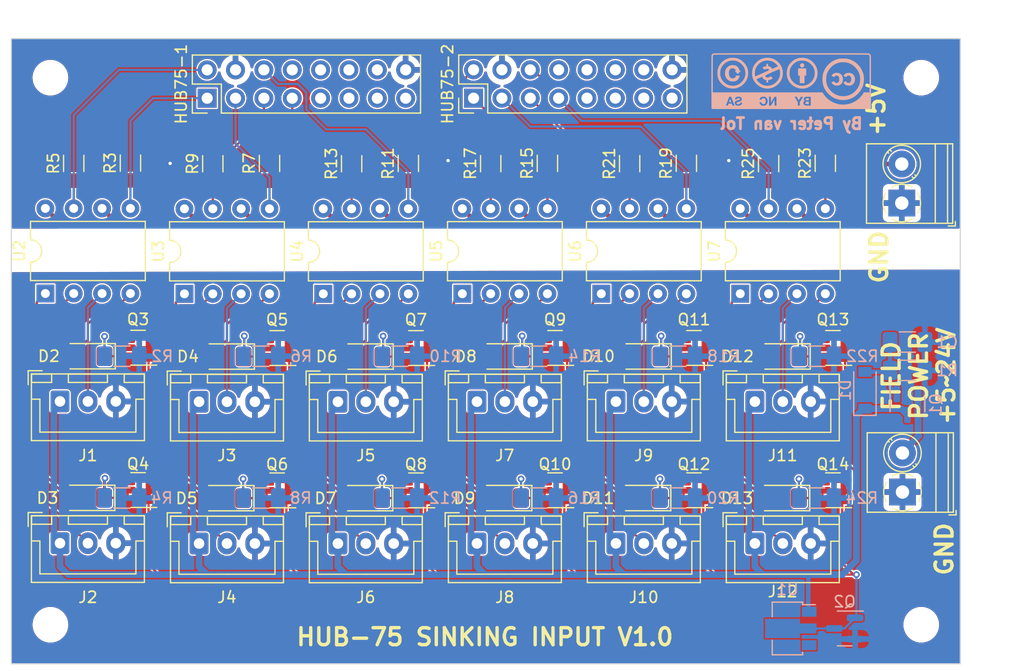
<source format=kicad_pcb>
(kicad_pcb (version 20211014) (generator pcbnew)
  (layers (0 "F.Cu" signal "Front") (31 "B.Cu" signal "Back") (34 "B.Paste" user) (35 "F.Paste" user) (36 "B.SilkS" user "B.Silkscreen") (37 "F.SilkS" user "F.Silkscreen") (38 "B.Mask" user) (39 "F.Mask" user) (44 "Edge.Cuts" user))
  (net 0 "")
  (net 1 "Net-(C1-Pad1)")
  (net 2 "GNDD")
  (net 3 "VDD")
  (net 4 "Net-(D2-Pad1)")
  (net 5 "Net-(D2-Pad2)")
  (net 6 "Net-(D3-Pad1)")
  (net 7 "Net-(D3-Pad2)")
  (net 8 "GND")
  (net 17 "GPIO1-6")
  (net 18 "GPIO1-5")
  (net 19 "GPIO1-4")
  (net 20 "GPIO1-3")
  (net 21 "GPIO1-2")
  (net 22 "GPIO1-1")
  (net 31 "GPIO2-6")
  (net 32 "GPIO2-5")
  (net 33 "GPIO2-4")
  (net 34 "GPIO2-3")
  (net 35 "GPIO2-2")
  (net 36 "GPIO2-1")
  (net 37 "Net-(J1-Pad2)")
  (net 38 "Net-(J2-Pad2)")
  (net 39 "Net-(J3-Pad2)")
  (net 40 "CUR_MIRROR")
  (net 41 "+5V")
  (net 42 "Net-(D4-Pad1)")
  (net 43 "Net-(D4-Pad2)")
  (net 44 "Net-(D5-Pad1)")
  (net 45 "Net-(D5-Pad2)")
  (net 46 "Net-(J4-Pad2)")
  (net 47 "Net-(J5-Pad2)")
  (net 48 "Net-(D6-Pad1)")
  (net 49 "Net-(D6-Pad2)")
  (net 50 "Net-(D7-Pad1)")
  (net 51 "Net-(D7-Pad2)")
  (net 52 "Net-(J6-Pad2)")
  (net 53 "Net-(D8-Pad1)")
  (net 54 "Net-(D8-Pad2)")
  (net 55 "Net-(D9-Pad1)")
  (net 56 "Net-(D9-Pad2)")
  (net 57 "Net-(D10-Pad1)")
  (net 58 "Net-(D10-Pad2)")
  (net 59 "Net-(D11-Pad1)")
  (net 60 "Net-(D11-Pad2)")
  (net 61 "Net-(D12-Pad1)")
  (net 62 "Net-(D12-Pad2)")
  (net 63 "Net-(D13-Pad1)")
  (net 64 "Net-(D13-Pad2)")
  (net 65 "Net-(J7-Pad2)")
  (net 66 "Net-(J8-Pad2)")
  (net 67 "Net-(J9-Pad2)")
  (net 68 "Net-(J10-Pad2)")
  (net 69 "Net-(J11-Pad2)")
  (net 70 "Net-(J12-Pad2)")
  (net 71 "Net-(PWR2-Pad2)")
  (footprint "Package_TO_SOT_SMD:SOT-23" (layer "F.Cu") (at 78.6715 55.392 180)
    (fp_text reference "Q9")
    (fp_text value "2N7002" hide)
  )
  (footprint "Package_TO_SOT_SMD:SOT-23" (layer "F.Cu") (at 103.5635 55.392 180)
    (fp_text reference "Q13")
    (fp_text value "2N7002" hide)
  )
  (footprint "Package_TO_SOT_SMD:SOT-23" (layer "F.Cu") (at 41.3235 55.372 180)
    (fp_text reference "Q3")
    (fp_text value "2N7002" hide)
  )
  (footprint "Connector_PinHeader_2.54mm:PinHeader_2x08_P2.54mm_Vertical" (layer "F.Cu") (at 71.374 33.02 90)
    (fp_text reference "HUB75-2")
    (fp_text value "Conn_02x08_Odd_Even" hide)
  )
  (footprint "Package_DIP:DIP-8_W7.62mm" (layer "F.Cu") (at 33.02 50.516 90)
    (fp_text reference "U2")
    (fp_text value "LTV-827" hide)
  )
  (footprint "LED_SMD:LED_1206_3216Metric_Pad1.42x1.75mm_HandSolder" (layer "F.Cu") (at 49.246 68.847 180)
    (fp_text reference "D5")
    (fp_text value "LED_Small" hide)
  )
  (footprint "Package_TO_SOT_SMD:SOT-23" (layer "F.Cu") (at 91.1175 55.392 180)
    (fp_text reference "Q11")
    (fp_text value "2N7002" hide)
  )
  (footprint "MountingHole:MountingHole_2.7mm_M2.5_DIN965" (layer "F.Cu") (at 111.472 31.186)
    (fp_text reference "HOLE2" hide)
    (fp_text value "MountingHole_2.7mm_M2.5_DIN965" hide)
  )
  (footprint "Connector_JST:JST_XH_B3B-XH-A_1x03_P2.50mm_Vertical" (layer "F.Cu") (at 59.222 72.911)
    (fp_text reference "J6")
    (fp_text value "Conn_01x03_Male" hide)
  )
  (footprint "LED_SMD:LED_1206_3216Metric_Pad1.42x1.75mm_HandSolder" (layer "F.Cu") (at 86.624 56.154 180)
    (fp_text reference "D10")
    (fp_text value "LED_Small" hide)
  )
  (footprint "Resistor_SMD:R_1206_3216Metric_Pad1.30x1.75mm_HandSolder" (layer "F.Cu") (at 40.64 38.836 90)
    (fp_text reference "R3")
    (fp_text value "4.7K")
  )
  (footprint "Package_TO_SOT_SMD:SOT-23" (layer "F.Cu") (at 78.6715 68.141 180)
    (fp_text reference "Q10")
    (fp_text value "2N7002" hide)
  )
  (footprint "MountingHole:MountingHole_2.7mm_M2.5_DIN965" (layer "F.Cu") (at 111.472 80.186)
    (fp_text reference "HOLE4" hide)
    (fp_text value "MountingHole_2.7mm_M2.5_DIN965" hide)
  )
  (footprint "Connector_JST:JST_XH_B3B-XH-A_1x03_P2.50mm_Vertical" (layer "F.Cu") (at 71.678 60.201)
    (fp_text reference "J7")
    (fp_text value "Conn_01x03_Male" hide)
  )
  (footprint "Resistor_SMD:R_1206_3216Metric_Pad1.30x1.75mm_HandSolder" (layer "F.Cu") (at 35.56 38.862 90)
    (fp_text reference "R5")
    (fp_text value "4.7K")
  )
  (footprint "Connector_JST:JST_XH_B3B-XH-A_1x03_P2.50mm_Vertical" (layer "F.Cu") (at 71.678 72.901)
    (fp_text reference "J8")
    (fp_text value "Conn_01x03_Male" hide)
  )
  (footprint "Resistor_SMD:R_1206_3216Metric_Pad1.30x1.75mm_HandSolder" (layer "F.Cu") (at 65.532 38.866 90)
    (fp_text reference "R11")
    (fp_text value "4.7K")
  )
  (footprint "Package_TO_SOT_SMD:SOT-23" (layer "F.Cu") (at 53.7795 55.402 180)
    (fp_text reference "Q5")
    (fp_text value "2N7002" hide)
  )
  (footprint "Package_TO_SOT_SMD:SOT-23" (layer "F.Cu") (at 103.5635 68.141 180)
    (fp_text reference "Q14")
    (fp_text value "2N7002" hide)
  )
  (footprint "TerminalBlock_Phoenix:TerminalBlock_Phoenix_PT-1,5-2-3.5-H_1x02_P3.50mm_Horizontal" (layer "F.Cu") (at 109.728 42.418 90)
    (fp_text reference "PWR1" hide)
    (fp_text value "Screw_Terminal_01x02" hide)
  )
  (footprint "Connector_JST:JST_XH_B3B-XH-A_1x03_P2.50mm_Vertical" (layer "F.Cu") (at 46.786 72.911)
    (fp_text reference "J4")
    (fp_text value "Conn_01x03_Male" hide)
  )
  (footprint "Package_TO_SOT_SMD:SOT-23" (layer "F.Cu") (at 53.7795 68.151 180)
    (fp_text reference "Q6")
    (fp_text value "2N7002" hide)
  )
  (footprint "Package_DIP:DIP-8_W7.62mm" (layer "F.Cu") (at 70.368 50.536 90)
    (fp_text reference "U5")
    (fp_text value "LTV-827" hide)
  )
  (footprint "Package_TO_SOT_SMD:SOT-23" (layer "F.Cu") (at 66.2155 55.402 180)
    (fp_text reference "Q7")
    (fp_text value "2N7002" hide)
  )
  (footprint "LED_SMD:LED_1206_3216Metric_Pad1.42x1.75mm_HandSolder" (layer "F.Cu") (at 36.79 68.817 180)
    (fp_text reference "D3")
    (fp_text value "LED_Small" hide)
  )
  (footprint "Connector_PinHeader_2.54mm:PinHeader_2x08_P2.54mm_Vertical" (layer "F.Cu") (at 47.513 33.025 90)
    (fp_text reference "HUB75-1")
    (fp_text value "Conn_02x08_Odd_Even" hide)
  )
  (footprint "LED_SMD:LED_1206_3216Metric_Pad1.42x1.75mm_HandSolder" (layer "F.Cu") (at 61.722 56.164 180)
    (fp_text reference "D6")
    (fp_text value "LED_Small" hide)
  )
  (footprint "Resistor_SMD:R_1206_3216Metric_Pad1.30x1.75mm_HandSolder" (layer "F.Cu") (at 48.016 38.892 90)
    (fp_text reference "R9")
    (fp_text value "4.7K")
  )
  (footprint "Resistor_SMD:R_1206_3216Metric_Pad1.30x1.75mm_HandSolder" (layer "F.Cu") (at 85.354 38.882 90)
    (fp_text reference "R21")
    (fp_text value "4.7K")
  )
  (footprint "Connector_JST:JST_XH_B3B-XH-A_1x03_P2.50mm_Vertical" (layer "F.Cu") (at 84.124 72.901)
    (fp_text reference "J10")
    (fp_text value "Conn_01x03_Male" hide)
  )
  (footprint "Package_DIP:DIP-8_W7.62mm" (layer "F.Cu") (at 57.912 50.546 90)
    (fp_text reference "U4")
    (fp_text value "LTV-827" hide)
  )
  (footprint "LED_SMD:LED_1206_3216Metric_Pad1.42x1.75mm_HandSolder" (layer "F.Cu") (at 36.83 56.134 180)
    (fp_text reference "D2")
    (fp_text value "LED_Small" hide)
  )
  (footprint "Package_TO_SOT_SMD:SOT-23" (layer "F.Cu") (at 91.1175 68.141 180)
    (fp_text reference "Q12")
    (fp_text value "2N7002" hide)
  )
  (footprint "MountingHole:MountingHole_2.7mm_M2.5_DIN965" (layer "F.Cu") (at 33.472 31.186)
    (fp_text reference "HOLE1" hide)
    (fp_text value "MountingHole_2.7mm_M2.5_DIN965" hide)
  )
  (footprint "Package_TO_SOT_SMD:SOT-23" (layer "F.Cu") (at 66.2155 68.151 180)
    (fp_text reference "Q8")
    (fp_text value "2N7002" hide)
  )
  (footprint "LED_SMD:LED_1206_3216Metric_Pad1.42x1.75mm_HandSolder" (layer "F.Cu") (at 86.584 68.837 180)
    (fp_text reference "D11")
    (fp_text value "LED_Small" hide)
  )
  (footprint "Connector_JST:JST_XH_B3B-XH-A_1x03_P2.50mm_Vertical" (layer "F.Cu") (at 34.33 60.181)
    (fp_text reference "J1")
    (fp_text value "Conn_01x03_Male" hide)
  )
  (footprint "TerminalBlock_Phoenix:TerminalBlock_Phoenix_PT-1,5-2-3.5-H_1x02_P3.50mm_Horizontal" (layer "F.Cu") (at 109.79 68.298 90)
    (fp_text reference "PWR2" hide)
    (fp_text value "Screw_Terminal_01x02" hide)
  )
  (footprint "MountingHole:MountingHole_2.7mm_M2.5_DIN965" (layer "F.Cu") (at 33.472 80.186)
    (fp_text reference "HOLE3" hide)
    (fp_text value "MountingHole_2.7mm_M2.5_DIN965" hide)
  )
  (footprint "Connector_JST:JST_XH_B3B-XH-A_1x03_P2.50mm_Vertical" (layer "F.Cu") (at 46.786 60.211)
    (fp_text reference "J3")
    (fp_text value "Conn_01x03_Male" hide)
  )
  (footprint "LED_SMD:LED_1206_3216Metric_Pad1.42x1.75mm_HandSolder" (layer "F.Cu") (at 74.138 68.837 180)
    (fp_text reference "D9")
    (fp_text value "LED_Small" hide)
  )
  (footprint "LED_SMD:LED_1206_3216Metric_Pad1.42x1.75mm_HandSolder" (layer "F.Cu") (at 74.178 56.154 180)
    (fp_text reference "D8")
    (fp_text value "LED_Small" hide)
  )
  (footprint "LED_SMD:LED_1206_3216Metric_Pad1.42x1.75mm_HandSolder" (layer "F.Cu") (at 49.286 56.164 180)
    (fp_text reference "D4")
    (fp_text value "LED_Small" hide)
  )
  (footprint "Resistor_SMD:R_1206_3216Metric_Pad1.30x1.75mm_HandSolder" (layer "F.Cu") (at 90.434 38.856 90)
    (fp_text reference "R19")
    (fp_text value "4.7K")
  )
  (footprint "LED_SMD:LED_1206_3216Metric_Pad1.42x1.75mm_HandSolder" (layer "F.Cu") (at 99.07 56.154 180)
    (fp_text reference "D12")
    (fp_text value "LED_Small" hide)
  )
  (footprint "Package_DIP:DIP-8_W7.62mm" (layer "F.Cu") (at 95.26 50.536 90)
    (fp_text reference "U7")
    (fp_text value "LTV-827" hide)
  )
  (footprint "Connector_JST:JST_XH_B3B-XH-A_1x03_P2.50mm_Vertical" (layer "F.Cu") (at 84.124 60.201)
    (fp_text reference "J9")
    (fp_text value "Conn_01x03_Male" hide)
  )
  (footprint "LED_SMD:LED_1206_3216Metric_Pad1.42x1.75mm_HandSolder" (layer "F.Cu") (at 61.682 68.847 180)
    (fp_text reference "D7")
    (fp_text value "LED_Small" hide)
  )
  (footprint "Connector_JST:JST_XH_B3B-XH-A_1x03_P2.50mm_Vertical" (layer "F.Cu") (at 59.222 60.211)
    (fp_text reference "J5")
    (fp_text value "Conn_01x03_Male" hide)
  )
  (footprint "Package_DIP:DIP-8_W7.62mm" (layer "F.Cu") (at 45.476 50.546 90)
    (fp_text reference "U3")
    (fp_text value "LTV-827" hide)
  )
  (footprint "Resistor_SMD:R_1206_3216Metric_Pad1.30x1.75mm_HandSolder" (layer "F.Cu") (at 102.88 38.856 90)
    (fp_text reference "R23")
    (fp_text value "4.7K")
  )
  (footprint "LED_SMD:LED_1206_3216Metric_Pad1.42x1.75mm_HandSolder" (layer "F.Cu") (at 99.03 68.837 180)
    (fp_text reference "D13")
    (fp_text value "LED_Small" hide)
  )
  (footprint "Resistor_SMD:R_1206_3216Metric_Pad1.30x1.75mm_HandSolder" (layer "F.Cu") (at 72.908 38.882 90)
    (fp_text reference "R17")
    (fp_text value "4.7K")
  )
  (footprint "Resistor_SMD:R_1206_3216Metric_Pad1.30x1.75mm_HandSolder" (layer "F.Cu") (at 60.452 38.892 90)
    (fp_text reference "R13")
    (fp_text value "4.7K")
  )
  (footprint "Resistor_SMD:R_1206_3216Metric_Pad1.30x1.75mm_HandSolder" (layer "F.Cu") (at 77.988 38.856 90)
    (fp_text reference "R15")
    (fp_text value "4.7K")
  )
  (footprint "Package_TO_SOT_SMD:SOT-23" (layer "F.Cu") (at 41.3235 68.121 180)
    (fp_text reference "Q4")
    (fp_text value "2N7002" hide)
  )
  (footprint "Resistor_SMD:R_1206_3216Metric_Pad1.30x1.75mm_HandSolder" (layer "F.Cu") (at 97.8 38.882 90)
    (fp_text reference "R25")
    (fp_text value "4.7K")
  )
  (footprint "Connector_JST:JST_XH_B3B-XH-A_1x03_P2.50mm_Vertical" (layer "F.Cu") (at 34.33 72.881)
    (fp_text reference "J2")
    (fp_text value "Conn_01x03_Male" hide)
  )
  (footprint "Connector_JST:JST_XH_B3B-XH-A_1x03_P2.50mm_Vertical" (layer "F.Cu") (at 96.57 72.901)
    (fp_text reference "J12")
    (fp_text value "Conn_01x03_Male" hide)
  )
  (footprint "Resistor_SMD:R_1206_3216Metric_Pad1.30x1.75mm_HandSolder" (layer "F.Cu") (at 53.096 38.866 90)
    (fp_text reference "R7")
    (fp_text value "4.7K")
  )
  (footprint "Package_DIP:DIP-8_W7.62mm" (layer "F.Cu") (at 82.814 50.536 90)
    (fp_text reference "U6")
    (fp_text value "LTV-827" hide)
  )
  (footprint "Connector_JST:JST_XH_B3B-XH-A_1x03_P2.50mm_Vertical" (layer "F.Cu") (at 96.57 60.201)
    (fp_text reference "J11")
    (fp_text value "Conn_01x03_Male" hide)
  )
  (footprint "Resistor_SMD:R_1206_3216Metric_Pad1.30x1.75mm_HandSolder" (layer "B.Cu") (at 77.216 56.134 180)
    (fp_text reference "R14")
    (fp_text value "R" hide)
  )
  (footprint "Resistor_SMD:R_1206_3216Metric_Pad1.30x1.75mm_HandSolder" (layer "B.Cu") (at 64.77 56.134 180)
    (fp_text reference "R10")
    (fp_text value "R" hide)
  )
  (footprint "Resistor_SMD:R_1206_3216Metric_Pad1.30x1.75mm_HandSolder" (layer "B.Cu") (at 52.324 56.134 180)
    (fp_text reference "R6")
    (fp_text value "R" hide)
  )
  (footprint "Resistor_SMD:R_1206_3216Metric_Pad1.30x1.75mm_HandSolder" (layer "B.Cu") (at 110.236 57.404)
    (fp_text reference "R1")
    (fp_text value "10K" hide)
  )
  (footprint "Resistor_SMD:R_1206_3216Metric_Pad1.30x1.75mm_HandSolder" (layer "B.Cu") (at 64.77 68.834 180)
    (fp_text reference "R12")
    (fp_text value "R" hide)
  )
  (footprint "Resistor_SMD:R_1206_3216Metric_Pad1.30x1.75mm_HandSolder" (layer "B.Cu") (at 102.108 56.134 180)
    (fp_text reference "R22")
    (fp_text value "R" hide)
  )
  (footprint "Resistor_SMD:R_1206_3216Metric_Pad1.30x1.75mm_HandSolder" (layer "B.Cu") (at 89.662 56.134 180)
    (fp_text reference "R18")
    (fp_text value "R" hide)
  )
  (footprint "Package_TO_SOT_SMD:SOT-23" (layer "B.Cu") (at 110.236 60.452 -90)
    (fp_text reference "Q1")
    (fp_text value "AO3401A" hide)
  )
  (footprint "Package_TO_SOT_SMD:SOT-23" (layer "B.Cu") (at 104.6095 80.518 180)
    (fp_text reference "Q2")
    (fp_text value "2N7002" hide)
  )
  (footprint "Resistor_SMD:R_1206_3216Metric_Pad1.30x1.75mm_HandSolder" (layer "B.Cu") (at 39.878 68.834 180)
    (fp_text reference "R4")
    (fp_text value "R" hide)
  )
  (footprint "Resistor_SMD:R_1206_3216Metric_Pad1.30x1.75mm_HandSolder" (layer "B.Cu") (at 39.878 56.134 180)
    (fp_text reference "R2")
    (fp_text value "R" hide)
  )
  (footprint "Resistor_SMD:R_1206_3216Metric_Pad1.30x1.75mm_HandSolder" (layer "B.Cu") (at 89.662 68.834 180)
    (fp_text reference "R20")
    (fp_text value "R" hide)
  )
  (footprint "Capacitor_SMD:C_1206_3216Metric_Pad1.33x1.80mm_HandSolder" (layer "B.Cu") (at 110.236 54.864)
    (fp_text reference "C1")
    (fp_text value "15nF" hide)
  )
  (footprint "Diode_SMD:D_SOD-123" (layer "B.Cu") (at 106.426 59.182 90)
    (fp_text reference "D1")
    (fp_text value "D_Zener" hide)
  )
  (footprint "Resistor_SMD:R_1206_3216Metric_Pad1.30x1.75mm_HandSolder" (layer "B.Cu") (at 77.216 68.834 180)
    (fp_text reference "R16")
    (fp_text value "R" hide)
  )
  (footprint "Package_TO_SOT_SMD:SOT-89-3" (layer "B.Cu") (at 99.7835 80.518 180)
    (fp_text reference "U1")
    (fp_text value "CL2N8-G" hide)
  )
  (footprint "Resistor_SMD:R_1206_3216Metric_Pad1.30x1.75mm_HandSolder" (layer "B.Cu") (at 52.324 68.834 180)
    (fp_text reference "R8")
    (fp_text value "R" hide)
  )
  (footprint "LOGO" (layer "B.Cu") (at 99.822 31.496 180)
    (fp_text reference "G***" hide)
    (fp_text value "LOGO" hide)
  )
  (footprint "Resistor_SMD:R_1206_3216Metric_Pad1.30x1.75mm_HandSolder" (layer "B.Cu") (at 102.108 68.834 180)
    (fp_text reference "R24")
    (fp_text value "R" hide)
  )
  (gr_rect (start 29.972 27.686) (end 114.972 83.686) (layer "Edge.Cuts") (width 0.1) (fill none))
  (gr_text "By Peter van Tol" (at 99.822 35.306) (layer "B.SilkS") (effects (font (size 1 1) (thickness 0.25)) (justify mirror)))
  (gr_text "GND" (at 107.696 47.244 90) (layer "F.SilkS") (effects (font (size 1.524 1.524) (thickness 0.3048))))
  (gr_text "FIELD\nPOWER\n+5~24V" (at 111.252 57.912 90) (layer "F.SilkS") (effects (font (size 1.524 1.524) (thickness 0.3048))))
  (gr_text "HUB-75 SINKING INPUT V1.0" (at 72.39 81.28) (layer "F.SilkS") (effects (font (size 1.524 1.524) (thickness 0.3048))))
  (gr_text "GND" (at 113.538 73.406 90) (layer "F.SilkS") (effects (font (size 1.524 1.524) (thickness 0.3048))))
  (gr_text "+5V" (at 107.442 34.036 90) (layer "F.SilkS") (effects (font (size 1.524 1.524) (thickness 0.3048))))
  (segment (start 108.6735 54.864) (end 108.6735 57.3915) (width 0.4) (layer "B.Cu") (net 1))
  (segment (start 108.6735 57.3915) (end 108.686 57.404) (width 0.127) (layer "B.Cu") (net 1))
  (segment (start 106.426 57.532) (end 108.558 57.532) (width 0.4) (layer "B.Cu") (net 1))
  (segment (start 108.558 57.532) (end 108.686 57.404) (width 0.127) (layer "B.Cu") (net 1))
  (segment (start 108.686 58.9145) (end 109.286 59.5145) (width 0.4) (layer "B.Cu") (net 1))
  (segment (start 108.686 57.404) (end 108.686 58.9145) (width 0.4) (layer "B.Cu") (net 1))
  (segment (start 86.36 75.682) (end 84.836 75.682) (width 0.6) (layer "B.Cu") (net 3))
  (segment (start 96.57 74.97) (end 96.57 72.901) (width 0.6) (layer "B.Cu") (net 3))
  (segment (start 59.222 74.98) (end 59.222 72.911) (width 0.6) (layer "B.Cu") (net 3))
  (segment (start 101.346 78.8515) (end 101.346 75.692) (width 0.4) (layer "B.Cu") (net 3))
  (segment (start 105.664 61.468) (end 106.3 60.832) (width 0.6) (layer "B.Cu") (net 3))
  (segment (start 104.394 75.692) (end 105.664 74.422) (width 0.6) (layer "B.Cu") (net 3))
  (segment (start 34.33 74.97) (end 34.33 72.881) (width 0.6) (layer "B.Cu") (net 3))
  (segment (start 47.498 75.692) (end 35.052 75.692) (width 0.6) (layer "B.Cu") (net 3))
  (segment (start 105.664 74.422) (end 105.664 61.468) (width 0.6) (layer "B.Cu") (net 3))
  (segment (start 46.238 72.363) (end 46.238 60.759) (width 0.6) (layer "B.Cu") (net 3))
  (segment (start 58.674 72.363) (end 58.674 60.759) (width 0.6) (layer "B.Cu") (net 3))
  (segment (start 83.576 72.353) (end 83.576 60.749) (width 0.6) (layer "B.Cu") (net 3))
  (segment (start 71.13 72.353) (end 71.13 60.749) (width 0.6) (layer "B.Cu") (net 3))
  (segment (start 96.022 72.353) (end 96.022 60.749) (width 0.6) (layer "B.Cu") (net 3))
  (segment (start 97.292 75.692) (end 96.57 74.97) (width 0.6) (layer "B.Cu") (net 3))
  (segment (start 101.346 75.692) (end 104.394 75.692) (width 0.6) (layer "B.Cu") (net 3))
  (segment (start 35.052 75.692) (end 34.33 74.97) (width 0.6) (layer "B.Cu") (net 3))
  (segment (start 59.934 75.692) (end 101.346 75.692) (width 0.6) (layer "B.Cu") (net 3))
  (segment (start 109.6785 60.832) (end 106.426 60.832) (width 0.6) (layer "B.Cu") (net 3))
  (segment (start 59.934 75.692) (end 59.222 74.98) (width 0.6) (layer "B.Cu") (net 3))
  (segment (start 60.198 75.692) (end 47.498 75.692) (width 0.6) (layer "B.Cu") (net 3))
  (segment (start 33.782 72.333) (end 34.33 72.881) (width 0.6) (layer "B.Cu") (net 3))
  (segment (start 46.786 74.98) (end 47.498 75.692) (width 0.6) (layer "B.Cu") (net 3))
  (segment (start 71.678 74.97) (end 72.39 75.682) (width 0.6) (layer "B.Cu") (net 3))
  (segment (start 84.124 74.97) (end 84.836 75.682) (width 0.6) (layer "B.Cu") (net 3))
  (segment (start 33.782 60.729) (end 33.782 72.333) (width 0.6) (layer "B.Cu") (net 3))
  (segment (start 46.786 72.911) (end 46.786 74.98) (width 0.6) (layer "B.Cu") (net 3))
  (segment (start 71.678 72.901) (end 71.678 74.97) (width 0.6) (layer "B.Cu") (net 3))
  (segment (start 84.124 72.901) (end 84.124 74.97) (width 0.6) (layer "B.Cu") (net 3))
  (segment (start 110.236 61.3895) (end 109.6785 60.832) (width 0.6) (layer "B.Cu") (net 3))
  (segment (start 38.3175 56.134) (end 38.3175 54.356) (width 0.2) (layer "F.Cu") (net 4))
  (segment (start 39.624 56.134) (end 40.386 55.372) (width 0.2) (layer "F.Cu") (net 4))
  (segment (start 38.3175 56.134) (end 39.624 56.134) (width 0.2) (layer "F.Cu") (net 4))
  (via (at 38.3175 54.356) (size 0.6) (drill 0.3) (layers "F.Cu" "B.Cu") (net 4))
  (segment (start 38.3175 56.1235) (end 38.328 56.134) (width 0.2) (layer "B.Cu") (net 4))
  (segment (start 38.3175 54.356) (end 38.3175 56.1235) (width 0.2) (layer "B.Cu") (net 4))
  (segment (start 36.83 53.237707) (end 36.83 54.6465) (width 0.2) (layer "F.Cu") (net 5))
  (segment (start 38.832 52.324) (end 37.743707 52.324) (width 0.2) (layer "F.Cu") (net 5))
  (segment (start 37.743707 52.324) (end 36.83 53.237707) (width 0.2) (layer "F.Cu") (net 5))
  (segment (start 36.83 54.6465) (end 35.3425 56.134) (width 0.2) (layer "F.Cu") (net 5))
  (segment (start 40.64 50.516) (end 38.832 52.324) (width 0.2) (layer "F.Cu") (net 5))
  (segment (start 40.386 68.58) (end 40.386 68.161) (width 0.2) (layer "F.Cu") (net 6))
  (segment (start 40.386 68.161) (end 40.346 68.121) (width 0.2) (layer "F.Cu") (net 6))
  (segment (start 38.2775 67.1325) (end 38.354 67.056) (width 0.2) (layer "F.Cu") (net 6))
  (segment (start 38.2775 68.817) (end 38.2775 67.1325) (width 0.2) (layer "F.Cu") (net 6))
  (segment (start 40.149 68.817) (end 40.386 68.58) (width 0.2) (layer "F.Cu") (net 6))
  (segment (start 38.2775 68.817) (end 40.149 68.817) (width 0.2) (layer "F.Cu") (net 6))
  (via (at 38.354 67.056) (size 0.6) (drill 0.3) (layers "F.Cu" "B.Cu") (net 6))
  (segment (start 38.354 68.808) (end 38.328 68.834) (width 0.2) (layer "B.Cu") (net 6))
  (segment (start 38.354 67.056) (end 38.354 68.808) (width 0.2) (layer "B.Cu") (net 6))
  (segment (start 32.766 66.548) (end 32.766 53.31) (width 0.2) (layer "F.Cu") (net 7))
  (segment (start 32.766 53.31) (end 35.56 50.516) (width 0.2) (layer "F.Cu") (net 7))
  (segment (start 35.3025 68.817) (end 35.035 68.817) (width 0.127) (layer "F.Cu") (net 7))
  (segment (start 35.035 68.817) (end 32.766 66.548) (width 0.2) (layer "F.Cu") (net 7))
  (via (at 69.088 38.608) (size 0.6) (drill 0.3) (layers "F.Cu" "B.Cu") (net 8))
  (via (at 94.234 38.608) (size 0.6) (drill 0.3) (layers "F.Cu" "B.Cu") (net 8))
  (via (at 44.196 38.862) (size 0.6) (drill 0.3) (layers "F.Cu" "B.Cu") (net 8))
  (segment (start 55.133 34.041) (end 55.133 33.025) (width 0.2) (layer "F.Cu") (net 17))
  (segment (start 60.452 39.36) (end 55.133 34.041) (width 0.2) (layer "F.Cu") (net 17))
  (segment (start 60.452 42.926) (end 60.452 40.442) (width 0.2) (layer "F.Cu") (net 17))
  (segment (start 60.452 40.442) (end 60.452 39.36) (width 0.2) (layer "F.Cu") (net 17))
  (segment (start 65.532 42.926) (end 65.532 40.416) (width 0.2) (layer "F.Cu") (net 18))
  (segment (start 56.388 34.036) (end 56.388 32.512) (width 0.2) (layer "B.Cu") (net 18))
  (segment (start 61.722 35.814) (end 58.166 35.814) (width 0.2) (layer "B.Cu") (net 18))
  (segment (start 65.532 42.926) (end 65.532 39.624) (width 0.2) (layer "B.Cu") (net 18))
  (segment (start 56.388 32.512) (end 55.626 31.75) (width 0.2) (layer "B.Cu") (net 18))
  (segment (start 58.166 35.814) (end 56.388 34.036) (width 0.2) (layer "B.Cu") (net 18))
  (segment (start 65.532 39.624) (end 61.722 35.814) (width 0.2) (layer "B.Cu") (net 18))
  (segment (start 55.626 31.75) (end 53.858 31.75) (width 0.2) (layer "B.Cu") (net 18))
  (segment (start 53.858 31.75) (end 52.593 30.485) (width 0.2) (layer "B.Cu") (net 18))
  (segment (start 52.593 34.783) (end 52.593 33.025) (width 0.2) (layer "F.Cu") (net 19))
  (segment (start 48.016 39.36) (end 52.593 34.783) (width 0.2) (layer "F.Cu") (net 19))
  (segment (start 48.016 42.926) (end 48.016 40.442) (width 0.2) (layer "F.Cu") (net 19))
  (segment (start 48.016 40.442) (end 48.016 39.36) (width 0.2) (layer "F.Cu") (net 19))
  (segment (start 53.096 42.926) (end 53.096 40.416) (width 0.2) (layer "F.Cu") (net 20))
  (segment (start 53.096 42.926) (end 53.096 40.142) (width 0.2) (layer "B.Cu") (net 20))
  (segment (start 53.096 40.142) (end 50.053 37.099) (width 0.2) (layer "B.Cu") (net 20))
  (segment (start 50.053 37.099) (end 50.053 33.025) (width 0.2) (layer "B.Cu") (net 20))
  (segment (start 35.56 42.896) (end 35.56 40.412) (width 0.2) (layer "F.Cu") (net 21))
  (segment (start 39.629 30.485) (end 47.513 30.485) (width 0.2) (layer "B.Cu") (net 21))
  (segment (start 35.56 34.544) (end 39.624 30.48) (width 0.2) (layer "B.Cu") (net 21))
  (segment (start 39.624 30.48) (end 39.629 30.485) (width 0.2) (layer "B.Cu") (net 21))
  (segment (start 35.56 42.896) (end 35.56 34.544) (width 0.2) (layer "B.Cu") (net 21))
  (segment (start 40.64 42.896) (end 40.64 40.386) (width 0.2) (layer "F.Cu") (net 22))
  (segment (start 42.672 33.02) (end 42.677 33.025) (width 0.2) (layer "B.Cu") (net 22))
  (segment (start 40.64 35.052) (end 42.672 33.02) (width 0.2) (layer "B.Cu") (net 22))
  (segment (start 40.64 42.896) (end 40.64 35.052) (width 0.2) (layer "B.Cu") (net 22))
  (segment (start 42.677 33.025) (end 47.513 33.025) (width 0.2) (layer "B.Cu") (net 22))
  (segment (start 97.8 42.916) (end 97.8 40.432) (width 0.2) (layer "F.Cu") (net 31))
  (segment (start 93.472 35.052) (end 81.026 35.052) (width 0.2) (layer "B.Cu") (net 31))
  (segment (start 81.026 35.052) (end 78.994 33.02) (width 0.2) (layer "B.Cu") (net 31))
  (segment (start 93.472 35.052) (end 97.8 39.38) (width 0.2) (layer "B.Cu") (net 31))
  (segment (start 97.8 39.38) (end 97.8 42.916) (width 0.2) (layer "B.Cu") (net 31))
  (segment (start 79.756 31.75) (end 77.978 31.75) (width 0.2) (layer "F.Cu") (net 32))
  (segment (start 80.264 32.258) (end 79.756 31.75) (width 0.2) (layer "F.Cu") (net 32))
  (segment (start 76.708 30.48) (end 76.454 30.48) (width 0.2) (layer "F.Cu") (net 32))
  (segment (start 97.81 34.544) (end 81.28 34.544) (width 0.2) (layer "F.Cu") (net 32))
  (segment (start 77.978 31.75) (end 76.708 30.48) (width 0.2) (layer "F.Cu") (net 32))
  (segment (start 102.88 39.614) (end 97.81 34.544) (width 0.2) (layer "F.Cu") (net 32))
  (segment (start 102.88 40.406) (end 102.88 39.614) (width 0.2) (layer "F.Cu") (net 32))
  (segment (start 81.28 34.544) (end 80.264 33.528) (width 0.2) (layer "F.Cu") (net 32))
  (segment (start 80.264 33.528) (end 80.264 32.258) (width 0.2) (layer "F.Cu") (net 32))
  (segment (start 102.88 42.916) (end 102.88 40.406) (width 0.2) (layer "F.Cu") (net 32))
  (segment (start 85.354 40.432) (end 85.354 39.35) (width 0.2) (layer "F.Cu") (net 33))
  (segment (start 85.324 39.35) (end 84.582 38.608) (width 0.2) (layer "F.Cu") (net 33))
  (segment (start 76.454 33.02) (end 82.042 38.608) (width 0.2) (layer "F.Cu") (net 33))
  (segment (start 85.354 39.35) (end 85.324 39.35) (width 0.2) (layer "F.Cu") (net 33))
  (segment (start 82.042 38.608) (end 84.582 38.608) (width 0.2) (layer "F.Cu") (net 33))
  (segment (start 85.354 42.916) (end 85.354 40.432) (width 0.2) (layer "F.Cu") (net 33))
  (segment (start 90.434 42.916) (end 90.434 40.406) (width 0.2) (layer "F.Cu") (net 34))
  (segment (start 86.36 35.56) (end 76.454 35.56) (width 0.2) (layer "B.Cu") (net 34))
  (segment (start 76.454 35.56) (end 73.914 33.02) (width 0.2) (layer "B.Cu") (net 34))
  (segment (start 90.434 39.634) (end 86.36 35.56) (width 0.2) (layer "B.Cu") (net 34))
  (segment (start 90.434 42.916) (end 90.434 39.634) (width 0.2) (layer "B.Cu") (net 34))
  (segment (start 69.596 32.258) (end 71.374 30.48) (width 0.2) (layer "F.Cu") (net 35))
  (segment (start 69.596 36.307) (end 69.596 32.258) (width 0.2) (layer "F.Cu") (net 35))
  (segment (start 72.908 39.619) (end 69.596 36.307) (width 0.2) (layer "F.Cu") (net 35))
  (segment (start 72.908 40.432) (end 72.908 39.619) (width 0.2) (layer "F.Cu") (net 35))
  (segment (start 72.908 42.916) (end 72.908 40.432) (width 0.2) (layer "F.Cu") (net 35))
  (segment (start 77.988 40.406) (end 77.988 39.614) (width 0.2) (layer "F.Cu") (net 36))
  (segment (start 77.968 39.614) (end 71.374 33.02) (width 0.2) (layer "F.Cu") (net 36))
  (segment (start 77.988 39.614) (end 77.968 39.614) (width 0.2) (layer "F.Cu") (net 36))
  (segment (start 77.988 42.916) (end 77.988 40.406) (width 0.2) (layer "F.Cu") (net 36))
  (segment (start 36.83 51.786) (end 38.1 50.516) (width 0.2) (layer "B.Cu") (net 37))
  (segment (start 36.83 60.181) (end 36.83 51.786) (width 0.2) (layer "B.Cu") (net 37))
  (segment (start 33.02 50.516) (end 32.258 51.278) (width 0.2) (layer "F.Cu") (net 38))
  (segment (start 32.258 51.278) (end 32.258 68.309) (width 0.2) (layer "F.Cu") (net 38))
  (segment (start 32.258 68.309) (end 36.83 72.881) (width 0.2) (layer "F.Cu") (net 38))
  (segment (start 49.286 51.816) (end 50.556 50.546) (width 0.2) (layer "B.Cu") (net 39))
  (segment (start 49.286 60.211) (end 49.286 51.816) (width 0.2) (layer "B.Cu") (net 39))
  (segment (start 91.948 74.666) (end 92.964 75.682) (width 0.2) (layer "F.Cu") (net 40))
  (segment (start 104.648 65.532) (end 104.648 56.573) (width 0.2) (layer "F.Cu") (net 40))
  (segment (start 92.055 69.091) (end 93.218 67.928) (width 0.2) (layer "F.Cu") (net 40))
  (segment (start 54.61 69.208) (end 54.61 74.676) (width 0.2) (layer "F.Cu") (net 40))
  (segment (start 67.046 69.208) (end 67.046 74.676) (width 0.2) (layer "F.Cu") (net 40))
  (segment (start 79.502 69.198) (end 79.502 74.666) (width 0.2) (layer "F.Cu") (net 40))
  (segment (start 104.394 69.198) (end 104.394 74.666) (width 0.2) (layer "F.Cu") (net 40))
  (segment (start 91.948 69.198) (end 91.948 74.666) (width 0.2) (layer "F.Cu") (net 40))
  (segment (start 68.219 66.535) (end 67.203 65.519) (width 0.2) (layer "F.Cu") (net 40))
  (segment (start 43.434 66.548) (end 43.434 67.898) (width 0.2) (layer "F.Cu") (net 40))
  (segment (start 43.18 75.692) (end 80.518 75.692) (width 0.2) (layer "F.Cu") (net 40))
  (segment (start 67.056 69.088) (end 68.219 67.925) (width 0.2) (layer "F.Cu") (net 40))
  (segment (start 55.88 66.548) (end 54.864 65.532) (width 0.2) (layer "F.Cu") (net 40))
  (segment (start 68.219 67.925) (end 68.219 66.535) (width 0.2) (layer "F.Cu") (net 40))
  (segment (start 80.772 67.928) (end 80.772 66.548) (width 0.2) (layer "F.Cu") (net 40))
  (segment (start 79.502 74.666) (end 80.518 75.682) (width 0.2) (layer "F.Cu") (net 40))
  (segment (start 79.609 69.091) (end 80.772 67.928) (width 0.2) (layer "F.Cu") (net 40))
  (segment (start 104.501 69.091) (end 105.664 67.928) (width 0.2) (layer "F.Cu") (net 40))
  (segment (start 105.664 67.928) (end 105.664 66.548) (width 0.2) (layer "F.Cu") (net 40))
  (segment (start 43.434 67.898) (end 42.261 69.071) (width 0.2) (layer "F.Cu") (net 40))
  (segment (start 80.772 66.548) (end 79.756 65.532) (width 0.2) (layer "F.Cu") (net 40))
  (segment (start 67.056 74.676) (end 68.072 75.692) (width 0.2) (layer "F.Cu") (net 40))
  (segment (start 55.88 67.938) (end 55.88 66.548) (width 0.2) (layer "F.Cu") (net 40))
  (segment (start 79.756 65.532) (end 79.756 56.573) (width 0.2) (layer "F.Cu") (net 40))
  (segment (start 67.3 56.499) (end 67.153 56.352) (width 0.2) (layer "F.Cu") (net 40))
  (segment (start 54.864 56.499) (end 54.717 56.352) (width 0.2) (layer "F.Cu") (net 40))
  (segment (start 79.756 56.489) (end 79.609 56.342) (width 0.2) (layer "F.Cu") (net 40))
  (segment (start 92.202 56.489) (end 92.055 56.342) (width 0.2) (layer "F.Cu") (net 40))
  (segment (start 104.648 56.489) (end 104.501 56.342) (width 0.2) (layer "F.Cu") (net 40))
  (segment (start 67.203 65.519) (end 67.203 56.486) (width 0.2) (layer "F.Cu") (net 40))
  (segment (start 92.964 75.692) (end 105.41 75.692) (width 0.2) (layer "F.Cu") (net 40))
  (segment (start 79.756 56.573) (end 79.659 56.476) (width 0.2) (layer "F.Cu") (net 40))
  (segment (start 42.261 65.375) (end 43.434 66.548) (width 0.2) (layer "F.Cu") (net 40))
  (segment (start 105.664 66.548) (end 104.648 65.532) (width 0.2) (layer "F.Cu") (net 40))
  (segment (start 92.964 75.682) (end 92.964 75.692) (width 0.2) (layer "F.Cu") (net 40))
  (segment (start 93.218 66.548) (end 92.202 65.532) (width 0.2) (layer "F.Cu") (net 40))
  (segment (start 92.202 56.573) (end 92.105 56.476) (width 0.2) (layer "F.Cu") (net 40))
  (segment (start 54.717 69.101) (end 55.88 67.938) (width 0.2) (layer "F.Cu") (net 40))
  (segment (start 54.717 69.101) (end 54.61 69.208) (width 0.2) (layer "F.Cu") (net 40))
  (segment (start 67.153 69.101) (end 67.046 69.208) (width 0.2) (layer "F.Cu") (net 40))
  (segment (start 79.609 69.091) (end 79.502 69.198) (width 0.2) (layer "F.Cu") (net 40))
  (segment (start 104.501 69.091) (end 104.394 69.198) (width 0.2) (layer "F.Cu") (net 40))
  (segment (start 92.055 69.091) (end 91.948 69.198) (width 0.2) (layer "F.Cu") (net 40))
  (segment (start 54.61 74.676) (end 55.626 75.692) (width 0.2) (layer "F.Cu") (net 40))
  (segment (start 42.261 74.773) (end 43.18 75.692) (width 0.2) (layer "F.Cu") (net 40))
  (segment (start 104.648 56.573) (end 104.551 56.476) (width 0.2) (layer "F.Cu") (net 40))
  (segment (start 93.218 67.928) (end 93.218 66.548) (width 0.2) (layer "F.Cu") (net 40))
  (segment (start 92.202 65.532) (end 92.202 56.573) (width 0.2) (layer "F.Cu") (net 40))
  (segment (start 80.518 75.682) (end 80.518 75.692) (width 0.2) (layer "F.Cu") (net 40))
  (segment (start 105.41 75.692) (end 104.394 74.676) (width 0.2) (layer "F.Cu") (net 40))
  (segment (start 80.518 75.692) (end 92.964 75.692) (width 0.2) (layer "F.Cu") (net 40))
  (segment (start 42.261 69.071) (end 42.261 74.773) (width 0.2) (layer "F.Cu") (net 40))
  (segment (start 42.261 65.375) (end 42.261 56.322) (width 0.2) (layer "F.Cu") (net 40))
  (segment (start 54.864 65.532) (end 54.864 56.499) (width 0.2) (layer "F.Cu") (net 40))
  (via (at 105.664 75.692) (size 0.6) (drill 0.3) (layers "F.Cu" "B.Cu") (net 40))
  (segment (start 103.672 80.518) (end 104.597 80.518) (width 0.2) (layer "B.Cu") (net 40))
  (segment (start 105.547 79.568) (end 105.664 79.451) (width 0.2) (layer "B.Cu") (net 40))
  (segment (start 105.664 79.451) (end 105.664 75.692) (width 0.2) (layer "B.Cu") (net 40))
  (segment (start 104.597 80.518) (end 105.547 79.568) (width 0.2) (layer "B.Cu") (net 40))
  (segment (start 101.346 80.518) (end 103.672 80.518) (width 0.2) (layer "B.Cu") (net 40))
  (segment (start 76.678 44.156) (end 76.708 44.186) (width 0.127) (layer "F.Cu") (net 41))
  (segment (start 64.222 44.166) (end 64.252 44.196) (width 0.127) (layer "F.Cu") (net 41))
  (segment (start 76.708 44.186) (end 74.168 44.186) (width 0.4) (layer "F.Cu") (net 41))
  (segment (start 45.476 42.926) (end 46.746 44.196) (width 0.4) (layer "F.Cu") (net 41))
  (segment (start 57.912 42.926) (end 59.182 44.196) (width 0.4) (layer "F.Cu") (net 41))
  (segment (start 82.814 42.916) (end 84.084 44.186) (width 0.4) (layer "F.Cu") (net 41))
  (segment (start 70.368 42.916) (end 71.638 44.186) (width 0.4) (layer "F.Cu") (net 41))
  (segment (start 95.26 42.916) (end 96.53 44.186) (width 0.4) (layer "F.Cu") (net 41))
  (segment (start 101.6 44.186) (end 96.266 44.186) (width 0.4) (layer "F.Cu") (net 41))
  (segment (start 101.6 44.186) (end 105.654 44.186) (width 0.4) (layer "F.Cu") (net 41))
  (segment (start 64.252 44.196) (end 96.52 44.196) (width 0.4) (layer "F.Cu") (net 41))
  (segment (start 38.1 42.896) (end 39.37 44.166) (width 0.4) (layer "F.Cu") (net 41))
  (segment (start 105.664 44.196) (end 105.918 44.196) (width 0.4) (layer "F.Cu") (net 41))
  (segment (start 62.982 42.926) (end 64.252 44.196) (width 0.4) (layer "F.Cu") (net 41))
  (segment (start 105.918 44.196) (end 106.934 43.18) (width 0.4) (layer "F.Cu") (net 41))
  (segment (start 34.32 44.196) (end 33.02 42.896) (width 0.4) (layer "F.Cu") (net 41))
  (segment (start 50.546 42.926) (end 51.816 44.196) (width 0.4) (layer "F.Cu") (net 41))
  (segment (start 106.934 39.878) (end 107.894 38.918) (width 0.4) (layer "F.Cu") (net 41))
  (segment (start 105.654 44.186) (end 105.664 44.196) (width 0.4) (layer "F.Cu") (net 41))
  (segment (start 75.438 42.916) (end 76.708 44.186) (width 0.4) (layer "F.Cu") (net 41))
  (segment (start 87.884 42.916) (end 89.154 44.186) (width 0.4) (layer "F.Cu") (net 41))
  (segment (start 100.33 42.916) (end 101.6 44.186) (width 0.4) (layer "F.Cu") (net 41))
  (segment (start 61.976 44.196) (end 34.32 44.196) (width 0.4) (layer "F.Cu") (net 41))
  (segment (start 106.934 43.18) (end 106.934 39.878) (width 0.4) (layer "F.Cu") (net 41))
  (segment (start 96.52 44.196) (end 61.712 44.196) (width 0.4) (layer "F.Cu") (net 41))
  (segment (start 107.894 38.918) (end 109.728 38.918) (width 0.4) (layer "F.Cu") (net 41))
  (segment (start 51.816 44.196) (end 61.976 44.196) (width 0.127) (layer "F.Cu") (net 41))
  (segment (start 50.836 54.32) (end 50.836 56.1015) (width 0.2) (layer "F.Cu") (net 42))
  (segment (start 52.08 56.164) (end 52.842 55.402) (width 0.2) (layer "F.Cu") (net 42))
  (segment (start 50.7735 56.164) (end 52.08 56.164) (width 0.2) (layer "F.Cu") (net 42))
  (segment (start 50.836 56.1015) (end 50.7735 56.164) (width 0.127) (layer "F.Cu") (net 42))
  (via (at 50.836 54.32) (size 0.6) (drill 0.3) (layers "F.Cu" "B.Cu") (net 42))
  (segment (start 50.836 54.32) (end 50.836 56.072) (width 0.2) (layer "B.Cu") (net 42))
  (segment (start 50.836 56.072) (end 50.774 56.134) (width 0.2) (layer "B.Cu") (net 42))
  (segment (start 49.286 53.267707) (end 49.286 54.6765) (width 0.2) (layer "F.Cu") (net 43))
  (segment (start 51.288 52.354) (end 50.199707 52.354) (width 0.2) (layer "F.Cu") (net 43))
  (segment (start 50.199707 52.354) (end 49.286 53.267707) (width 0.2) (layer "F.Cu") (net 43))
  (segment (start 49.286 54.6765) (end 47.7985 56.164) (width 0.2) (layer "F.Cu") (net 43))
  (segment (start 53.096 50.546) (end 51.288 52.354) (width 0.2) (layer "F.Cu") (net 43))
  (segment (start 52.842 68.61) (end 52.842 68.191) (width 0.2) (layer "F.Cu") (net 44))
  (segment (start 50.7335 68.847) (end 50.7335 67.1225) (width 0.2) (layer "F.Cu") (net 44))
  (segment (start 52.842 68.191) (end 52.802 68.151) (width 0.2) (layer "F.Cu") (net 44))
  (segment (start 52.605 68.847) (end 52.842 68.61) (width 0.2) (layer "F.Cu") (net 44))
  (segment (start 50.7335 68.847) (end 52.605 68.847) (width 0.2) (layer "F.Cu") (net 44))
  (via (at 50.7335 67.1225) (size 0.6) (drill 0.3) (layers "F.Cu" "B.Cu") (net 44))
  (segment (start 50.7335 67.1225) (end 50.7335 68.7935) (width 0.2) (layer "B.Cu") (net 44))
  (segment (start 50.7335 68.7935) (end 50.774 68.834) (width 0.2) (layer "B.Cu") (net 44))
  (segment (start 45.222 66.578) (end 45.222 53.34) (width 0.2) (layer "F.Cu") (net 45))
  (segment (start 45.222 53.34) (end 48.016 50.546) (width 0.2) (layer "F.Cu") (net 45))
  (segment (start 47.7585 68.847) (end 47.491 68.847) (width 0.127) (layer "F.Cu") (net 45))
  (segment (start 47.491 68.847) (end 45.222 66.578) (width 0.2) (layer "F.Cu") (net 45))
  (segment (start 45.476 50.546) (end 44.714 51.308) (width 0.2) (layer "F.Cu") (net 46))
  (segment (start 44.714 51.308) (end 44.714 68.339) (width 0.2) (layer "F.Cu") (net 46))
  (segment (start 44.714 68.339) (end 49.286 72.911) (width 0.2) (layer "F.Cu") (net 46))
  (segment (start 61.722 51.816) (end 62.992 50.546) (width 0.2) (layer "B.Cu") (net 47))
  (segment (start 61.722 60.211) (end 61.722 51.816) (width 0.2) (layer "B.Cu") (net 47))
  (segment (start 63.272 54.33) (end 63.272 56.1015) (width 0.2) (layer "F.Cu") (net 48))
  (segment (start 64.516 56.164) (end 65.278 55.402) (width 0.2) (layer "F.Cu") (net 48))
  (segment (start 63.2095 56.164) (end 64.516 56.164) (width 0.2) (layer "F.Cu") (net 48))
  (segment (start 63.272 56.1015) (end 63.2095 56.164) (width 0.127) (layer "F.Cu") (net 48))
  (via (at 63.272 54.33) (size 0.6) (drill 0.3) (layers "F.Cu" "B.Cu") (net 48))
  (segment (start 63.272 54.33) (end 63.272 56.082) (width 0.2) (layer "B.Cu") (net 48))
  (segment (start 63.272 56.082) (end 63.22 56.134) (width 0.2) (layer "B.Cu") (net 48))
  (segment (start 61.722 53.267707) (end 61.722 54.6765) (width 0.2) (layer "F.Cu") (net 49))
  (segment (start 63.724 52.354) (end 62.635707 52.354) (width 0.2) (layer "F.Cu") (net 49))
  (segment (start 62.635707 52.354) (end 61.722 53.267707) (width 0.2) (layer "F.Cu") (net 49))
  (segment (start 61.722 54.6765) (end 60.2345 56.164) (width 0.2) (layer "F.Cu") (net 49))
  (segment (start 65.532 50.546) (end 63.724 52.354) (width 0.2) (layer "F.Cu") (net 49))
  (segment (start 65.278 68.61) (end 65.278 68.191) (width 0.2) (layer "F.Cu") (net 50))
  (segment (start 63.1695 68.847) (end 63.1695 67.1325) (width 0.2) (layer "F.Cu") (net 50))
  (segment (start 65.278 68.191) (end 65.238 68.151) (width 0.2) (layer "F.Cu") (net 50))
  (segment (start 65.041 68.847) (end 65.278 68.61) (width 0.2) (layer "F.Cu") (net 50))
  (segment (start 63.1695 68.847) (end 65.041 68.847) (width 0.2) (layer "F.Cu") (net 50))
  (via (at 63.1695 67.1325) (size 0.6) (drill 0.3) (layers "F.Cu" "B.Cu") (net 50))
  (segment (start 63.1695 67.1325) (end 63.1695 68.7835) (width 0.2) (layer "B.Cu") (net 50))
  (segment (start 63.1695 68.7835) (end 63.22 68.834) (width 0.2) (layer "B.Cu") (net 50))
  (segment (start 57.658 66.578) (end 57.658 53.34) (width 0.2) (layer "F.Cu") (net 51))
  (segment (start 57.658 53.34) (end 60.452 50.546) (width 0.2) (layer "F.Cu") (net 51))
  (segment (start 60.1945 68.847) (end 59.927 68.847) (width 0.127) (layer "F.Cu") (net 51))
  (segment (start 59.927 68.847) (end 57.658 66.578) (width 0.2) (layer "F.Cu") (net 51))
  (segment (start 57.912 50.546) (end 57.15 51.308) (width 0.2) (layer "F.Cu") (net 52))
  (segment (start 57.15 51.308) (end 57.15 68.339) (width 0.2) (layer "F.Cu") (net 52))
  (segment (start 57.15 68.339) (end 61.722 72.911) (width 0.2) (layer "F.Cu") (net 52))
  (segment (start 76.972 56.154) (end 77.734 55.392) (width 0.2) (layer "F.Cu") (net 53))
  (segment (start 75.6655 56.154) (end 76.972 56.154) (width 0.2) (layer "F.Cu") (net 53))
  (segment (start 75.728 54.32) (end 75.728 56.0915) (width 0.2) (layer "F.Cu") (net 53))
  (segment (start 75.728 56.0915) (end 75.6655 56.154) (width 0.127) (layer "F.Cu") (net 53))
  (via (at 75.728 54.32) (size 0.6) (drill 0.3) (layers "F.Cu" "B.Cu") (net 53))
  (segment (start 75.728 54.32) (end 75.728 56.072) (width 0.2) (layer "B.Cu") (net 53))
  (segment (start 75.728 56.072) (end 75.666 56.134) (width 0.2) (layer "B.Cu") (net 53))
  (segment (start 74.178 53.257707) (end 74.178 54.6665) (width 0.2) (layer "F.Cu") (net 54))
  (segment (start 76.18 52.344) (end 75.091707 52.344) (width 0.2) (layer "F.Cu") (net 54))
  (segment (start 75.091707 52.344) (end 74.178 53.257707) (width 0.2) (layer "F.Cu") (net 54))
  (segment (start 74.178 54.6665) (end 72.6905 56.154) (width 0.2) (layer "F.Cu") (net 54))
  (segment (start 77.988 50.536) (end 76.18 52.344) (width 0.2) (layer "F.Cu") (net 54))
  (segment (start 77.734 68.6) (end 77.734 68.181) (width 0.2) (layer "F.Cu") (net 55))
  (segment (start 75.6255 68.837) (end 75.6255 67.1225) (width 0.2) (layer "F.Cu") (net 55))
  (segment (start 77.734 68.181) (end 77.694 68.141) (width 0.2) (layer "F.Cu") (net 55))
  (segment (start 77.497 68.837) (end 77.734 68.6) (width 0.2) (layer "F.Cu") (net 55))
  (segment (start 75.6255 68.837) (end 77.497 68.837) (width 0.2) (layer "F.Cu") (net 55))
  (via (at 75.6255 67.1225) (size 0.6) (drill 0.3) (layers "F.Cu" "B.Cu") (net 55))
  (segment (start 75.6255 68.7935) (end 75.666 68.834) (width 0.2) (layer "B.Cu") (net 55))
  (segment (start 75.6255 67.1225) (end 75.6255 68.7935) (width 0.2) (layer "B.Cu") (net 55))
  (segment (start 70.114 66.568) (end 70.114 53.33) (width 0.2) (layer "F.Cu") (net 56))
  (segment (start 70.114 53.33) (end 72.908 50.536) (width 0.2) (layer "F.Cu") (net 56))
  (segment (start 72.6505 68.837) (end 72.383 68.837) (width 0.127) (layer "F.Cu") (net 56))
  (segment (start 72.383 68.837) (end 70.114 66.568) (width 0.2) (layer "F.Cu") (net 56))
  (segment (start 89.418 56.154) (end 90.18 55.392) (width 0.2) (layer "F.Cu") (net 57))
  (segment (start 88.1115 56.154) (end 89.418 56.154) (width 0.2) (layer "F.Cu") (net 57))
  (segment (start 88.174 54.32) (end 88.174 56.0915) (width 0.2) (layer "F.Cu") (net 57))
  (segment (start 88.174 56.0915) (end 88.1115 56.154) (width 0.127) (layer "F.Cu") (net 57))
  (via (at 88.174 54.32) (size 0.6) (drill 0.3) (layers "F.Cu" "B.Cu") (net 57))
  (segment (start 88.174 56.072) (end 88.112 56.134) (width 0.2) (layer "B.Cu") (net 57))
  (segment (start 88.174 54.32) (end 88.174 56.072) (width 0.2) (layer "B.Cu") (net 57))
  (segment (start 86.624 53.257707) (end 86.624 54.6665) (width 0.2) (layer "F.Cu") (net 58))
  (segment (start 88.626 52.344) (end 87.537707 52.344) (width 0.2) (layer "F.Cu") (net 58))
  (segment (start 87.537707 52.344) (end 86.624 53.257707) (width 0.2) (layer "F.Cu") (net 58))
  (segment (start 86.624 54.6665) (end 85.1365 56.154) (width 0.2) (layer "F.Cu") (net 58))
  (segment (start 90.434 50.536) (end 88.626 52.344) (width 0.2) (layer "F.Cu") (net 58))
  (segment (start 90.18 68.6) (end 90.18 68.181) (width 0.2) (layer "F.Cu") (net 59))
  (segment (start 88.0715 68.837) (end 88.0715 67.1225) (width 0.2) (layer "F.Cu") (net 59))
  (segment (start 90.18 68.181) (end 90.14 68.141) (width 0.2) (layer "F.Cu") (net 59))
  (segment (start 89.943 68.837) (end 90.18 68.6) (width 0.2) (layer "F.Cu") (net 59))
  (segment (start 88.0715 68.837) (end 89.943 68.837) (width 0.2) (layer "F.Cu") (net 59))
  (via (at 88.0715 67.1225) (size 0.6) (drill 0.3) (layers "F.Cu" "B.Cu") (net 59))
  (segment (start 88.0715 68.7935) (end 88.112 68.834) (width 0.2) (layer "B.Cu") (net 59))
  (segment (start 88.0715 67.1225) (end 88.0715 68.7935) (width 0.2) (layer "B.Cu") (net 59))
  (segment (start 82.56 66.568) (end 82.56 53.33) (width 0.2) (layer "F.Cu") (net 60))
  (segment (start 82.56 53.33) (end 85.354 50.536) (width 0.2) (layer "F.Cu") (net 60))
  (segment (start 85.0965 68.837) (end 84.829 68.837) (width 0.127) (layer "F.Cu") (net 60))
  (segment (start 84.829 68.837) (end 82.56 66.568) (width 0.2) (layer "F.Cu") (net 60))
  (segment (start 100.62 54.356) (end 100.62 56.0915) (width 0.2) (layer "F.Cu") (net 61))
  (segment (start 101.864 56.154) (end 102.626 55.392) (width 0.2) (layer "F.Cu") (net 61))
  (segment (start 100.5575 56.154) (end 101.864 56.154) (width 0.2) (layer "F.Cu") (net 61))
  (segment (start 100.62 56.0915) (end 100.5575 56.154) (width 0.127) (layer "F.Cu") (net 61))
  (via (at 100.62 54.356) (size 0.6) (drill 0.3) (layers "F.Cu" "B.Cu") (net 61))
  (segment (start 100.62 54.356) (end 100.62 56.072) (width 0.2) (layer "B.Cu") (net 61))
  (segment (start 100.62 56.072) (end 100.558 56.134) (width 0.2) (layer "B.Cu") (net 61))
  (segment (start 99.07 53.257707) (end 99.07 54.6665) (width 0.2) (layer "F.Cu") (net 62))
  (segment (start 101.072 52.344) (end 99.983707 52.344) (width 0.2) (layer "F.Cu") (net 62))
  (segment (start 99.983707 52.344) (end 99.07 53.257707) (width 0.2) (layer "F.Cu") (net 62))
  (segment (start 99.07 54.6665) (end 97.5825 56.154) (width 0.2) (layer "F.Cu") (net 62))
  (segment (start 102.88 50.536) (end 101.072 52.344) (width 0.2) (layer "F.Cu") (net 62))
  (segment (start 102.626 68.6) (end 102.626 68.181) (width 0.2) (layer "F.Cu") (net 63))
  (segment (start 100.5175 68.837) (end 100.5175 67.1225) (width 0.2) (layer "F.Cu") (net 63))
  (segment (start 102.626 68.181) (end 102.586 68.141) (width 0.2) (layer "F.Cu") (net 63))
  (segment (start 102.389 68.837) (end 102.626 68.6) (width 0.2) (layer "F.Cu") (net 63))
  (segment (start 100.5175 68.837) (end 102.389 68.837) (width 0.2) (layer "F.Cu") (net 63))
  (via (at 100.5175 67.1225) (size 0.6) (drill 0.3) (layers "F.Cu" "B.Cu") (net 63))
  (segment (start 100.5175 68.7935) (end 100.558 68.834) (width 0.2) (layer "B.Cu") (net 63))
  (segment (start 100.5175 67.1225) (end 100.5175 68.7935) (width 0.2) (layer "B.Cu") (net 63))
  (segment (start 95.006 66.568) (end 95.006 53.33) (width 0.2) (layer "F.Cu") (net 64))
  (segment (start 95.006 53.33) (end 97.8 50.536) (width 0.2) (layer "F.Cu") (net 64))
  (segment (start 97.5425 68.837) (end 97.275 68.837) (width 0.127) (layer "F.Cu") (net 64))
  (segment (start 97.275 68.837) (end 95.006 66.568) (width 0.2) (layer "F.Cu") (net 64))
  (segment (start 74.178 51.806) (end 75.448 50.536) (width 0.2) (layer "B.Cu") (net 65))
  (segment (start 74.178 60.201) (end 74.178 51.806) (width 0.2) (layer "B.Cu") (net 65))
  (segment (start 70.368 50.536) (end 69.606 51.298) (width 0.2) (layer "F.Cu") (net 66))
  (segment (start 69.606 51.298) (end 69.606 68.329) (width 0.2) (layer "F.Cu") (net 66))
  (segment (start 69.606 68.329) (end 74.178 72.901) (width 0.2) (layer "F.Cu") (net 66))
  (segment (start 86.624 51.806) (end 87.894 50.536) (width 0.2) (layer "B.Cu") (net 67))
  (segment (start 86.624 60.201) (end 86.624 51.806) (width 0.2) (layer "B.Cu") (net 67))
  (segment (start 82.814 50.536) (end 82.052 51.298) (width 0.2) (layer "F.Cu") (net 68))
  (segment (start 82.052 51.298) (end 82.052 68.329) (width 0.2) (layer "F.Cu") (net 68))
  (segment (start 82.052 68.329) (end 86.624 72.901) (width 0.2) (layer "F.Cu") (net 68))
  (segment (start 99.07 51.806) (end 100.34 50.536) (width 0.2) (layer "B.Cu") (net 69))
  (segment (start 99.07 60.201) (end 99.07 51.806) (width 0.2) (layer "B.Cu") (net 69))
  (segment (start 95.26 50.536) (end 94.498 51.298) (width 0.2) (layer "F.Cu") (net 70))
  (segment (start 94.498 51.298) (end 94.498 68.329) (width 0.2) (layer "F.Cu") (net 70))
  (segment (start 94.498 68.329) (end 99.07 72.901) (width 0.2) (layer "F.Cu") (net 70))
  (segment (start 111.186 63.18) (end 111.186 59.5145) (width 0.6) (layer "B.Cu") (net 71))
  (segment (start 109.79 64.798) (end 109.79 64.708) (width 0.6) (layer "B.Cu") (net 71))
  (segment (start 111.252 63.246) (end 111.186 63.18) (width 0.6) (layer "B.Cu") (net 71))
  (segment (start 109.79 64.708) (end 111.252 63.246) (width 0.6) (layer "B.Cu") (net 71))
  (zone (net 2) (net_name "GNDD") (layers F&B.Cu) (connect_pads (clearance 0)) (min_thickness 0.254) (fill yes (thermal_gap 0.508) (thermal_bridge_width 0.508))
    (polygon (pts (xy 120.396 84.328) (xy 28.956 84.328) (xy 28.99719 48.610546) (xy 120.43719 48.356546)))
  )
  (zone (net 8) (net_name "GND") (layers F&B.Cu) (connect_pads (clearance 0)) (min_thickness 0.254) (fill yes (thermal_gap 0.508) (thermal_bridge_width 0.508))
    (polygon (pts (xy 120.65 44.704) (xy 29.21 44.704) (xy 29.25119 24.480546) (xy 120.69119 24.226546)))
  )
)
</source>
